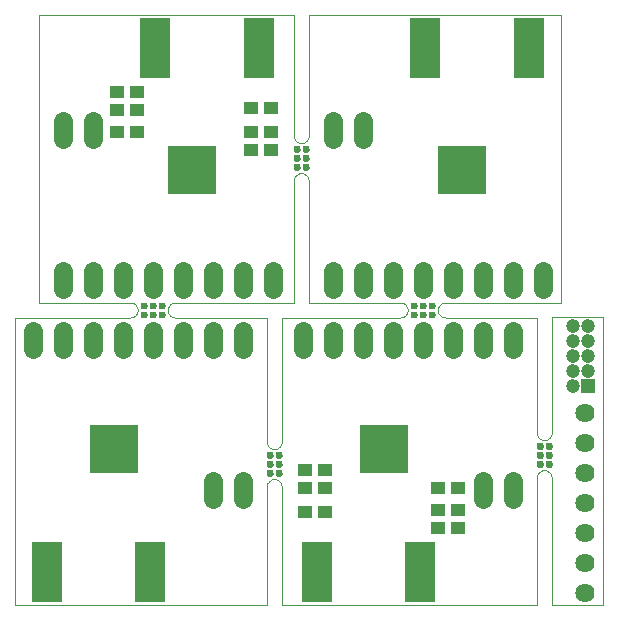
<source format=gbs>
G75*
%MOIN*%
%OFA0B0*%
%FSLAX24Y24*%
%IPPOS*%
%LPD*%
%AMOC8*
5,1,8,0,0,1.08239X$1,22.5*
%
%ADD10C,0.0000*%
%ADD11C,0.0237*%
%ADD12R,0.1600X0.1600*%
%ADD13R,0.0990X0.2040*%
%ADD14C,0.0640*%
%ADD15R,0.0473X0.0434*%
%ADD16C,0.0640*%
%ADD17C,0.0470*%
%ADD18R,0.0470X0.0470*%
D10*
X000550Y002350D02*
X000550Y011940D01*
X004400Y011940D01*
X004430Y011942D01*
X004460Y011947D01*
X004489Y011956D01*
X004516Y011969D01*
X004542Y011984D01*
X004566Y012003D01*
X004587Y012024D01*
X004606Y012048D01*
X004621Y012074D01*
X004634Y012101D01*
X004643Y012130D01*
X004648Y012160D01*
X004650Y012190D01*
X004648Y012220D01*
X004643Y012250D01*
X004634Y012279D01*
X004621Y012306D01*
X004606Y012332D01*
X004587Y012356D01*
X004566Y012377D01*
X004542Y012396D01*
X004516Y012411D01*
X004489Y012424D01*
X004460Y012433D01*
X004430Y012438D01*
X004400Y012440D01*
X001350Y012440D01*
X001350Y022035D01*
X009850Y022035D01*
X009850Y018000D01*
X009852Y017970D01*
X009857Y017940D01*
X009866Y017911D01*
X009879Y017884D01*
X009894Y017858D01*
X009913Y017834D01*
X009934Y017813D01*
X009958Y017794D01*
X009984Y017779D01*
X010011Y017766D01*
X010040Y017757D01*
X010070Y017752D01*
X010100Y017750D01*
X010130Y017752D01*
X010160Y017757D01*
X010189Y017766D01*
X010216Y017779D01*
X010242Y017794D01*
X010266Y017813D01*
X010287Y017834D01*
X010306Y017858D01*
X010321Y017884D01*
X010334Y017911D01*
X010343Y017940D01*
X010348Y017970D01*
X010350Y018000D01*
X010350Y022035D01*
X018750Y022035D01*
X018750Y012440D01*
X014910Y012440D01*
X014880Y012438D01*
X014850Y012433D01*
X014821Y012424D01*
X014794Y012411D01*
X014768Y012396D01*
X014744Y012377D01*
X014723Y012356D01*
X014704Y012332D01*
X014689Y012306D01*
X014676Y012279D01*
X014667Y012250D01*
X014662Y012220D01*
X014660Y012190D01*
X014662Y012160D01*
X014667Y012130D01*
X014676Y012101D01*
X014689Y012074D01*
X014704Y012048D01*
X014723Y012024D01*
X014744Y012003D01*
X014768Y011984D01*
X014794Y011969D01*
X014821Y011956D01*
X014850Y011947D01*
X014880Y011942D01*
X014910Y011940D01*
X017950Y011940D01*
X017950Y008100D01*
X017952Y008070D01*
X017957Y008040D01*
X017966Y008011D01*
X017979Y007984D01*
X017994Y007958D01*
X018013Y007934D01*
X018034Y007913D01*
X018058Y007894D01*
X018084Y007879D01*
X018111Y007866D01*
X018140Y007857D01*
X018170Y007852D01*
X018200Y007850D01*
X018230Y007852D01*
X018260Y007857D01*
X018289Y007866D01*
X018316Y007879D01*
X018342Y007894D01*
X018366Y007913D01*
X018387Y007934D01*
X018406Y007958D01*
X018421Y007984D01*
X018434Y008011D01*
X018443Y008040D01*
X018448Y008070D01*
X018450Y008100D01*
X018450Y011950D01*
X020150Y011950D01*
X020150Y002350D01*
X018450Y002350D01*
X018450Y006600D01*
X018262Y007050D02*
X018264Y007069D01*
X018269Y007088D01*
X018279Y007104D01*
X018291Y007119D01*
X018306Y007131D01*
X018322Y007141D01*
X018341Y007146D01*
X018360Y007148D01*
X018379Y007146D01*
X018398Y007141D01*
X018414Y007131D01*
X018429Y007119D01*
X018441Y007104D01*
X018451Y007088D01*
X018456Y007069D01*
X018458Y007050D01*
X018456Y007031D01*
X018451Y007012D01*
X018441Y006996D01*
X018429Y006981D01*
X018414Y006969D01*
X018398Y006959D01*
X018379Y006954D01*
X018360Y006952D01*
X018341Y006954D01*
X018322Y006959D01*
X018306Y006969D01*
X018291Y006981D01*
X018279Y006996D01*
X018269Y007012D01*
X018264Y007031D01*
X018262Y007050D01*
X017962Y007050D02*
X017964Y007069D01*
X017969Y007088D01*
X017979Y007104D01*
X017991Y007119D01*
X018006Y007131D01*
X018022Y007141D01*
X018041Y007146D01*
X018060Y007148D01*
X018079Y007146D01*
X018098Y007141D01*
X018114Y007131D01*
X018129Y007119D01*
X018141Y007104D01*
X018151Y007088D01*
X018156Y007069D01*
X018158Y007050D01*
X018156Y007031D01*
X018151Y007012D01*
X018141Y006996D01*
X018129Y006981D01*
X018114Y006969D01*
X018098Y006959D01*
X018079Y006954D01*
X018060Y006952D01*
X018041Y006954D01*
X018022Y006959D01*
X018006Y006969D01*
X017991Y006981D01*
X017979Y006996D01*
X017969Y007012D01*
X017964Y007031D01*
X017962Y007050D01*
X017950Y006600D02*
X017950Y002350D01*
X009450Y002350D01*
X009450Y006305D01*
X009448Y006335D01*
X009441Y006365D01*
X009432Y006393D01*
X009419Y006421D01*
X009403Y006446D01*
X009384Y006469D01*
X009362Y006490D01*
X009338Y006509D01*
X009312Y006524D01*
X009284Y006535D01*
X009255Y006544D01*
X009225Y006549D01*
X009195Y006550D01*
X009165Y006548D01*
X009135Y006541D01*
X009107Y006532D01*
X009079Y006519D01*
X009054Y006503D01*
X009031Y006484D01*
X009010Y006462D01*
X008991Y006438D01*
X008976Y006412D01*
X008965Y006384D01*
X008956Y006355D01*
X008951Y006325D01*
X008950Y006295D01*
X008950Y002350D01*
X000550Y002350D01*
X005900Y011940D02*
X008950Y011940D01*
X008950Y007800D01*
X008952Y007770D01*
X008957Y007740D01*
X008966Y007711D01*
X008979Y007684D01*
X008994Y007658D01*
X009013Y007634D01*
X009034Y007613D01*
X009058Y007594D01*
X009084Y007579D01*
X009111Y007566D01*
X009140Y007557D01*
X009170Y007552D01*
X009200Y007550D01*
X009230Y007552D01*
X009260Y007557D01*
X009289Y007566D01*
X009316Y007579D01*
X009342Y007594D01*
X009366Y007613D01*
X009387Y007634D01*
X009406Y007658D01*
X009421Y007684D01*
X009434Y007711D01*
X009443Y007740D01*
X009448Y007770D01*
X009450Y007800D01*
X009450Y011940D01*
X013400Y011940D01*
X013430Y011942D01*
X013460Y011947D01*
X013489Y011956D01*
X013516Y011969D01*
X013542Y011984D01*
X013566Y012003D01*
X013587Y012024D01*
X013606Y012048D01*
X013621Y012074D01*
X013634Y012101D01*
X013643Y012130D01*
X013648Y012160D01*
X013650Y012190D01*
X013648Y012220D01*
X013643Y012250D01*
X013634Y012279D01*
X013621Y012306D01*
X013606Y012332D01*
X013587Y012356D01*
X013566Y012377D01*
X013542Y012396D01*
X013516Y012411D01*
X013489Y012424D01*
X013460Y012433D01*
X013430Y012438D01*
X013400Y012440D01*
X010350Y012440D01*
X010350Y016500D01*
X010348Y016530D01*
X010343Y016560D01*
X010334Y016589D01*
X010321Y016616D01*
X010306Y016642D01*
X010287Y016666D01*
X010266Y016687D01*
X010242Y016706D01*
X010216Y016721D01*
X010189Y016734D01*
X010160Y016743D01*
X010130Y016748D01*
X010100Y016750D01*
X010070Y016748D01*
X010040Y016743D01*
X010011Y016734D01*
X009984Y016721D01*
X009958Y016706D01*
X009934Y016687D01*
X009913Y016666D01*
X009894Y016642D01*
X009879Y016616D01*
X009866Y016589D01*
X009857Y016560D01*
X009852Y016530D01*
X009850Y016500D01*
X009850Y012440D01*
X005900Y012440D01*
X005870Y012438D01*
X005840Y012433D01*
X005811Y012424D01*
X005784Y012411D01*
X005758Y012396D01*
X005734Y012377D01*
X005713Y012356D01*
X005694Y012332D01*
X005679Y012306D01*
X005666Y012279D01*
X005657Y012250D01*
X005652Y012220D01*
X005650Y012190D01*
X005652Y012160D01*
X005657Y012130D01*
X005666Y012101D01*
X005679Y012074D01*
X005694Y012048D01*
X005713Y012024D01*
X005734Y012003D01*
X005758Y011984D01*
X005784Y011969D01*
X005811Y011956D01*
X005840Y011947D01*
X005870Y011942D01*
X005900Y011940D01*
X005352Y012040D02*
X005354Y012059D01*
X005359Y012078D01*
X005369Y012094D01*
X005381Y012109D01*
X005396Y012121D01*
X005412Y012131D01*
X005431Y012136D01*
X005450Y012138D01*
X005469Y012136D01*
X005488Y012131D01*
X005504Y012121D01*
X005519Y012109D01*
X005531Y012094D01*
X005541Y012078D01*
X005546Y012059D01*
X005548Y012040D01*
X005546Y012021D01*
X005541Y012002D01*
X005531Y011986D01*
X005519Y011971D01*
X005504Y011959D01*
X005488Y011949D01*
X005469Y011944D01*
X005450Y011942D01*
X005431Y011944D01*
X005412Y011949D01*
X005396Y011959D01*
X005381Y011971D01*
X005369Y011986D01*
X005359Y012002D01*
X005354Y012021D01*
X005352Y012040D01*
X005052Y012040D02*
X005054Y012059D01*
X005059Y012078D01*
X005069Y012094D01*
X005081Y012109D01*
X005096Y012121D01*
X005112Y012131D01*
X005131Y012136D01*
X005150Y012138D01*
X005169Y012136D01*
X005188Y012131D01*
X005204Y012121D01*
X005219Y012109D01*
X005231Y012094D01*
X005241Y012078D01*
X005246Y012059D01*
X005248Y012040D01*
X005246Y012021D01*
X005241Y012002D01*
X005231Y011986D01*
X005219Y011971D01*
X005204Y011959D01*
X005188Y011949D01*
X005169Y011944D01*
X005150Y011942D01*
X005131Y011944D01*
X005112Y011949D01*
X005096Y011959D01*
X005081Y011971D01*
X005069Y011986D01*
X005059Y012002D01*
X005054Y012021D01*
X005052Y012040D01*
X004752Y012040D02*
X004754Y012059D01*
X004759Y012078D01*
X004769Y012094D01*
X004781Y012109D01*
X004796Y012121D01*
X004812Y012131D01*
X004831Y012136D01*
X004850Y012138D01*
X004869Y012136D01*
X004888Y012131D01*
X004904Y012121D01*
X004919Y012109D01*
X004931Y012094D01*
X004941Y012078D01*
X004946Y012059D01*
X004948Y012040D01*
X004946Y012021D01*
X004941Y012002D01*
X004931Y011986D01*
X004919Y011971D01*
X004904Y011959D01*
X004888Y011949D01*
X004869Y011944D01*
X004850Y011942D01*
X004831Y011944D01*
X004812Y011949D01*
X004796Y011959D01*
X004781Y011971D01*
X004769Y011986D01*
X004759Y012002D01*
X004754Y012021D01*
X004752Y012040D01*
X004752Y012340D02*
X004754Y012359D01*
X004759Y012378D01*
X004769Y012394D01*
X004781Y012409D01*
X004796Y012421D01*
X004812Y012431D01*
X004831Y012436D01*
X004850Y012438D01*
X004869Y012436D01*
X004888Y012431D01*
X004904Y012421D01*
X004919Y012409D01*
X004931Y012394D01*
X004941Y012378D01*
X004946Y012359D01*
X004948Y012340D01*
X004946Y012321D01*
X004941Y012302D01*
X004931Y012286D01*
X004919Y012271D01*
X004904Y012259D01*
X004888Y012249D01*
X004869Y012244D01*
X004850Y012242D01*
X004831Y012244D01*
X004812Y012249D01*
X004796Y012259D01*
X004781Y012271D01*
X004769Y012286D01*
X004759Y012302D01*
X004754Y012321D01*
X004752Y012340D01*
X005052Y012340D02*
X005054Y012359D01*
X005059Y012378D01*
X005069Y012394D01*
X005081Y012409D01*
X005096Y012421D01*
X005112Y012431D01*
X005131Y012436D01*
X005150Y012438D01*
X005169Y012436D01*
X005188Y012431D01*
X005204Y012421D01*
X005219Y012409D01*
X005231Y012394D01*
X005241Y012378D01*
X005246Y012359D01*
X005248Y012340D01*
X005246Y012321D01*
X005241Y012302D01*
X005231Y012286D01*
X005219Y012271D01*
X005204Y012259D01*
X005188Y012249D01*
X005169Y012244D01*
X005150Y012242D01*
X005131Y012244D01*
X005112Y012249D01*
X005096Y012259D01*
X005081Y012271D01*
X005069Y012286D01*
X005059Y012302D01*
X005054Y012321D01*
X005052Y012340D01*
X005352Y012340D02*
X005354Y012359D01*
X005359Y012378D01*
X005369Y012394D01*
X005381Y012409D01*
X005396Y012421D01*
X005412Y012431D01*
X005431Y012436D01*
X005450Y012438D01*
X005469Y012436D01*
X005488Y012431D01*
X005504Y012421D01*
X005519Y012409D01*
X005531Y012394D01*
X005541Y012378D01*
X005546Y012359D01*
X005548Y012340D01*
X005546Y012321D01*
X005541Y012302D01*
X005531Y012286D01*
X005519Y012271D01*
X005504Y012259D01*
X005488Y012249D01*
X005469Y012244D01*
X005450Y012242D01*
X005431Y012244D01*
X005412Y012249D01*
X005396Y012259D01*
X005381Y012271D01*
X005369Y012286D01*
X005359Y012302D01*
X005354Y012321D01*
X005352Y012340D01*
X008952Y007350D02*
X008954Y007369D01*
X008959Y007388D01*
X008969Y007404D01*
X008981Y007419D01*
X008996Y007431D01*
X009012Y007441D01*
X009031Y007446D01*
X009050Y007448D01*
X009069Y007446D01*
X009088Y007441D01*
X009104Y007431D01*
X009119Y007419D01*
X009131Y007404D01*
X009141Y007388D01*
X009146Y007369D01*
X009148Y007350D01*
X009146Y007331D01*
X009141Y007312D01*
X009131Y007296D01*
X009119Y007281D01*
X009104Y007269D01*
X009088Y007259D01*
X009069Y007254D01*
X009050Y007252D01*
X009031Y007254D01*
X009012Y007259D01*
X008996Y007269D01*
X008981Y007281D01*
X008969Y007296D01*
X008959Y007312D01*
X008954Y007331D01*
X008952Y007350D01*
X008952Y007050D02*
X008954Y007069D01*
X008959Y007088D01*
X008969Y007104D01*
X008981Y007119D01*
X008996Y007131D01*
X009012Y007141D01*
X009031Y007146D01*
X009050Y007148D01*
X009069Y007146D01*
X009088Y007141D01*
X009104Y007131D01*
X009119Y007119D01*
X009131Y007104D01*
X009141Y007088D01*
X009146Y007069D01*
X009148Y007050D01*
X009146Y007031D01*
X009141Y007012D01*
X009131Y006996D01*
X009119Y006981D01*
X009104Y006969D01*
X009088Y006959D01*
X009069Y006954D01*
X009050Y006952D01*
X009031Y006954D01*
X009012Y006959D01*
X008996Y006969D01*
X008981Y006981D01*
X008969Y006996D01*
X008959Y007012D01*
X008954Y007031D01*
X008952Y007050D01*
X008952Y006750D02*
X008954Y006769D01*
X008959Y006788D01*
X008969Y006804D01*
X008981Y006819D01*
X008996Y006831D01*
X009012Y006841D01*
X009031Y006846D01*
X009050Y006848D01*
X009069Y006846D01*
X009088Y006841D01*
X009104Y006831D01*
X009119Y006819D01*
X009131Y006804D01*
X009141Y006788D01*
X009146Y006769D01*
X009148Y006750D01*
X009146Y006731D01*
X009141Y006712D01*
X009131Y006696D01*
X009119Y006681D01*
X009104Y006669D01*
X009088Y006659D01*
X009069Y006654D01*
X009050Y006652D01*
X009031Y006654D01*
X009012Y006659D01*
X008996Y006669D01*
X008981Y006681D01*
X008969Y006696D01*
X008959Y006712D01*
X008954Y006731D01*
X008952Y006750D01*
X009252Y006750D02*
X009254Y006769D01*
X009259Y006788D01*
X009269Y006804D01*
X009281Y006819D01*
X009296Y006831D01*
X009312Y006841D01*
X009331Y006846D01*
X009350Y006848D01*
X009369Y006846D01*
X009388Y006841D01*
X009404Y006831D01*
X009419Y006819D01*
X009431Y006804D01*
X009441Y006788D01*
X009446Y006769D01*
X009448Y006750D01*
X009446Y006731D01*
X009441Y006712D01*
X009431Y006696D01*
X009419Y006681D01*
X009404Y006669D01*
X009388Y006659D01*
X009369Y006654D01*
X009350Y006652D01*
X009331Y006654D01*
X009312Y006659D01*
X009296Y006669D01*
X009281Y006681D01*
X009269Y006696D01*
X009259Y006712D01*
X009254Y006731D01*
X009252Y006750D01*
X009252Y007050D02*
X009254Y007069D01*
X009259Y007088D01*
X009269Y007104D01*
X009281Y007119D01*
X009296Y007131D01*
X009312Y007141D01*
X009331Y007146D01*
X009350Y007148D01*
X009369Y007146D01*
X009388Y007141D01*
X009404Y007131D01*
X009419Y007119D01*
X009431Y007104D01*
X009441Y007088D01*
X009446Y007069D01*
X009448Y007050D01*
X009446Y007031D01*
X009441Y007012D01*
X009431Y006996D01*
X009419Y006981D01*
X009404Y006969D01*
X009388Y006959D01*
X009369Y006954D01*
X009350Y006952D01*
X009331Y006954D01*
X009312Y006959D01*
X009296Y006969D01*
X009281Y006981D01*
X009269Y006996D01*
X009259Y007012D01*
X009254Y007031D01*
X009252Y007050D01*
X009252Y007350D02*
X009254Y007369D01*
X009259Y007388D01*
X009269Y007404D01*
X009281Y007419D01*
X009296Y007431D01*
X009312Y007441D01*
X009331Y007446D01*
X009350Y007448D01*
X009369Y007446D01*
X009388Y007441D01*
X009404Y007431D01*
X009419Y007419D01*
X009431Y007404D01*
X009441Y007388D01*
X009446Y007369D01*
X009448Y007350D01*
X009446Y007331D01*
X009441Y007312D01*
X009431Y007296D01*
X009419Y007281D01*
X009404Y007269D01*
X009388Y007259D01*
X009369Y007254D01*
X009350Y007252D01*
X009331Y007254D01*
X009312Y007259D01*
X009296Y007269D01*
X009281Y007281D01*
X009269Y007296D01*
X009259Y007312D01*
X009254Y007331D01*
X009252Y007350D01*
X013752Y012040D02*
X013754Y012059D01*
X013759Y012078D01*
X013769Y012094D01*
X013781Y012109D01*
X013796Y012121D01*
X013812Y012131D01*
X013831Y012136D01*
X013850Y012138D01*
X013869Y012136D01*
X013888Y012131D01*
X013904Y012121D01*
X013919Y012109D01*
X013931Y012094D01*
X013941Y012078D01*
X013946Y012059D01*
X013948Y012040D01*
X013946Y012021D01*
X013941Y012002D01*
X013931Y011986D01*
X013919Y011971D01*
X013904Y011959D01*
X013888Y011949D01*
X013869Y011944D01*
X013850Y011942D01*
X013831Y011944D01*
X013812Y011949D01*
X013796Y011959D01*
X013781Y011971D01*
X013769Y011986D01*
X013759Y012002D01*
X013754Y012021D01*
X013752Y012040D01*
X013752Y012340D02*
X013754Y012359D01*
X013759Y012378D01*
X013769Y012394D01*
X013781Y012409D01*
X013796Y012421D01*
X013812Y012431D01*
X013831Y012436D01*
X013850Y012438D01*
X013869Y012436D01*
X013888Y012431D01*
X013904Y012421D01*
X013919Y012409D01*
X013931Y012394D01*
X013941Y012378D01*
X013946Y012359D01*
X013948Y012340D01*
X013946Y012321D01*
X013941Y012302D01*
X013931Y012286D01*
X013919Y012271D01*
X013904Y012259D01*
X013888Y012249D01*
X013869Y012244D01*
X013850Y012242D01*
X013831Y012244D01*
X013812Y012249D01*
X013796Y012259D01*
X013781Y012271D01*
X013769Y012286D01*
X013759Y012302D01*
X013754Y012321D01*
X013752Y012340D01*
X014052Y012340D02*
X014054Y012359D01*
X014059Y012378D01*
X014069Y012394D01*
X014081Y012409D01*
X014096Y012421D01*
X014112Y012431D01*
X014131Y012436D01*
X014150Y012438D01*
X014169Y012436D01*
X014188Y012431D01*
X014204Y012421D01*
X014219Y012409D01*
X014231Y012394D01*
X014241Y012378D01*
X014246Y012359D01*
X014248Y012340D01*
X014246Y012321D01*
X014241Y012302D01*
X014231Y012286D01*
X014219Y012271D01*
X014204Y012259D01*
X014188Y012249D01*
X014169Y012244D01*
X014150Y012242D01*
X014131Y012244D01*
X014112Y012249D01*
X014096Y012259D01*
X014081Y012271D01*
X014069Y012286D01*
X014059Y012302D01*
X014054Y012321D01*
X014052Y012340D01*
X014052Y012040D02*
X014054Y012059D01*
X014059Y012078D01*
X014069Y012094D01*
X014081Y012109D01*
X014096Y012121D01*
X014112Y012131D01*
X014131Y012136D01*
X014150Y012138D01*
X014169Y012136D01*
X014188Y012131D01*
X014204Y012121D01*
X014219Y012109D01*
X014231Y012094D01*
X014241Y012078D01*
X014246Y012059D01*
X014248Y012040D01*
X014246Y012021D01*
X014241Y012002D01*
X014231Y011986D01*
X014219Y011971D01*
X014204Y011959D01*
X014188Y011949D01*
X014169Y011944D01*
X014150Y011942D01*
X014131Y011944D01*
X014112Y011949D01*
X014096Y011959D01*
X014081Y011971D01*
X014069Y011986D01*
X014059Y012002D01*
X014054Y012021D01*
X014052Y012040D01*
X014352Y012040D02*
X014354Y012059D01*
X014359Y012078D01*
X014369Y012094D01*
X014381Y012109D01*
X014396Y012121D01*
X014412Y012131D01*
X014431Y012136D01*
X014450Y012138D01*
X014469Y012136D01*
X014488Y012131D01*
X014504Y012121D01*
X014519Y012109D01*
X014531Y012094D01*
X014541Y012078D01*
X014546Y012059D01*
X014548Y012040D01*
X014546Y012021D01*
X014541Y012002D01*
X014531Y011986D01*
X014519Y011971D01*
X014504Y011959D01*
X014488Y011949D01*
X014469Y011944D01*
X014450Y011942D01*
X014431Y011944D01*
X014412Y011949D01*
X014396Y011959D01*
X014381Y011971D01*
X014369Y011986D01*
X014359Y012002D01*
X014354Y012021D01*
X014352Y012040D01*
X014352Y012340D02*
X014354Y012359D01*
X014359Y012378D01*
X014369Y012394D01*
X014381Y012409D01*
X014396Y012421D01*
X014412Y012431D01*
X014431Y012436D01*
X014450Y012438D01*
X014469Y012436D01*
X014488Y012431D01*
X014504Y012421D01*
X014519Y012409D01*
X014531Y012394D01*
X014541Y012378D01*
X014546Y012359D01*
X014548Y012340D01*
X014546Y012321D01*
X014541Y012302D01*
X014531Y012286D01*
X014519Y012271D01*
X014504Y012259D01*
X014488Y012249D01*
X014469Y012244D01*
X014450Y012242D01*
X014431Y012244D01*
X014412Y012249D01*
X014396Y012259D01*
X014381Y012271D01*
X014369Y012286D01*
X014359Y012302D01*
X014354Y012321D01*
X014352Y012340D01*
X017962Y007650D02*
X017964Y007669D01*
X017969Y007688D01*
X017979Y007704D01*
X017991Y007719D01*
X018006Y007731D01*
X018022Y007741D01*
X018041Y007746D01*
X018060Y007748D01*
X018079Y007746D01*
X018098Y007741D01*
X018114Y007731D01*
X018129Y007719D01*
X018141Y007704D01*
X018151Y007688D01*
X018156Y007669D01*
X018158Y007650D01*
X018156Y007631D01*
X018151Y007612D01*
X018141Y007596D01*
X018129Y007581D01*
X018114Y007569D01*
X018098Y007559D01*
X018079Y007554D01*
X018060Y007552D01*
X018041Y007554D01*
X018022Y007559D01*
X018006Y007569D01*
X017991Y007581D01*
X017979Y007596D01*
X017969Y007612D01*
X017964Y007631D01*
X017962Y007650D01*
X017962Y007350D02*
X017964Y007369D01*
X017969Y007388D01*
X017979Y007404D01*
X017991Y007419D01*
X018006Y007431D01*
X018022Y007441D01*
X018041Y007446D01*
X018060Y007448D01*
X018079Y007446D01*
X018098Y007441D01*
X018114Y007431D01*
X018129Y007419D01*
X018141Y007404D01*
X018151Y007388D01*
X018156Y007369D01*
X018158Y007350D01*
X018156Y007331D01*
X018151Y007312D01*
X018141Y007296D01*
X018129Y007281D01*
X018114Y007269D01*
X018098Y007259D01*
X018079Y007254D01*
X018060Y007252D01*
X018041Y007254D01*
X018022Y007259D01*
X018006Y007269D01*
X017991Y007281D01*
X017979Y007296D01*
X017969Y007312D01*
X017964Y007331D01*
X017962Y007350D01*
X018262Y007350D02*
X018264Y007369D01*
X018269Y007388D01*
X018279Y007404D01*
X018291Y007419D01*
X018306Y007431D01*
X018322Y007441D01*
X018341Y007446D01*
X018360Y007448D01*
X018379Y007446D01*
X018398Y007441D01*
X018414Y007431D01*
X018429Y007419D01*
X018441Y007404D01*
X018451Y007388D01*
X018456Y007369D01*
X018458Y007350D01*
X018456Y007331D01*
X018451Y007312D01*
X018441Y007296D01*
X018429Y007281D01*
X018414Y007269D01*
X018398Y007259D01*
X018379Y007254D01*
X018360Y007252D01*
X018341Y007254D01*
X018322Y007259D01*
X018306Y007269D01*
X018291Y007281D01*
X018279Y007296D01*
X018269Y007312D01*
X018264Y007331D01*
X018262Y007350D01*
X018262Y007650D02*
X018264Y007669D01*
X018269Y007688D01*
X018279Y007704D01*
X018291Y007719D01*
X018306Y007731D01*
X018322Y007741D01*
X018341Y007746D01*
X018360Y007748D01*
X018379Y007746D01*
X018398Y007741D01*
X018414Y007731D01*
X018429Y007719D01*
X018441Y007704D01*
X018451Y007688D01*
X018456Y007669D01*
X018458Y007650D01*
X018456Y007631D01*
X018451Y007612D01*
X018441Y007596D01*
X018429Y007581D01*
X018414Y007569D01*
X018398Y007559D01*
X018379Y007554D01*
X018360Y007552D01*
X018341Y007554D01*
X018322Y007559D01*
X018306Y007569D01*
X018291Y007581D01*
X018279Y007596D01*
X018269Y007612D01*
X018264Y007631D01*
X018262Y007650D01*
X018450Y006600D02*
X018448Y006630D01*
X018443Y006660D01*
X018434Y006689D01*
X018421Y006716D01*
X018406Y006742D01*
X018387Y006766D01*
X018366Y006787D01*
X018342Y006806D01*
X018316Y006821D01*
X018289Y006834D01*
X018260Y006843D01*
X018230Y006848D01*
X018200Y006850D01*
X018170Y006848D01*
X018140Y006843D01*
X018111Y006834D01*
X018084Y006821D01*
X018058Y006806D01*
X018034Y006787D01*
X018013Y006766D01*
X017994Y006742D01*
X017979Y006716D01*
X017966Y006689D01*
X017957Y006660D01*
X017952Y006630D01*
X017950Y006600D01*
X010152Y016950D02*
X010154Y016969D01*
X010159Y016988D01*
X010169Y017004D01*
X010181Y017019D01*
X010196Y017031D01*
X010212Y017041D01*
X010231Y017046D01*
X010250Y017048D01*
X010269Y017046D01*
X010288Y017041D01*
X010304Y017031D01*
X010319Y017019D01*
X010331Y017004D01*
X010341Y016988D01*
X010346Y016969D01*
X010348Y016950D01*
X010346Y016931D01*
X010341Y016912D01*
X010331Y016896D01*
X010319Y016881D01*
X010304Y016869D01*
X010288Y016859D01*
X010269Y016854D01*
X010250Y016852D01*
X010231Y016854D01*
X010212Y016859D01*
X010196Y016869D01*
X010181Y016881D01*
X010169Y016896D01*
X010159Y016912D01*
X010154Y016931D01*
X010152Y016950D01*
X009852Y016950D02*
X009854Y016969D01*
X009859Y016988D01*
X009869Y017004D01*
X009881Y017019D01*
X009896Y017031D01*
X009912Y017041D01*
X009931Y017046D01*
X009950Y017048D01*
X009969Y017046D01*
X009988Y017041D01*
X010004Y017031D01*
X010019Y017019D01*
X010031Y017004D01*
X010041Y016988D01*
X010046Y016969D01*
X010048Y016950D01*
X010046Y016931D01*
X010041Y016912D01*
X010031Y016896D01*
X010019Y016881D01*
X010004Y016869D01*
X009988Y016859D01*
X009969Y016854D01*
X009950Y016852D01*
X009931Y016854D01*
X009912Y016859D01*
X009896Y016869D01*
X009881Y016881D01*
X009869Y016896D01*
X009859Y016912D01*
X009854Y016931D01*
X009852Y016950D01*
X009852Y017250D02*
X009854Y017269D01*
X009859Y017288D01*
X009869Y017304D01*
X009881Y017319D01*
X009896Y017331D01*
X009912Y017341D01*
X009931Y017346D01*
X009950Y017348D01*
X009969Y017346D01*
X009988Y017341D01*
X010004Y017331D01*
X010019Y017319D01*
X010031Y017304D01*
X010041Y017288D01*
X010046Y017269D01*
X010048Y017250D01*
X010046Y017231D01*
X010041Y017212D01*
X010031Y017196D01*
X010019Y017181D01*
X010004Y017169D01*
X009988Y017159D01*
X009969Y017154D01*
X009950Y017152D01*
X009931Y017154D01*
X009912Y017159D01*
X009896Y017169D01*
X009881Y017181D01*
X009869Y017196D01*
X009859Y017212D01*
X009854Y017231D01*
X009852Y017250D01*
X009852Y017550D02*
X009854Y017569D01*
X009859Y017588D01*
X009869Y017604D01*
X009881Y017619D01*
X009896Y017631D01*
X009912Y017641D01*
X009931Y017646D01*
X009950Y017648D01*
X009969Y017646D01*
X009988Y017641D01*
X010004Y017631D01*
X010019Y017619D01*
X010031Y017604D01*
X010041Y017588D01*
X010046Y017569D01*
X010048Y017550D01*
X010046Y017531D01*
X010041Y017512D01*
X010031Y017496D01*
X010019Y017481D01*
X010004Y017469D01*
X009988Y017459D01*
X009969Y017454D01*
X009950Y017452D01*
X009931Y017454D01*
X009912Y017459D01*
X009896Y017469D01*
X009881Y017481D01*
X009869Y017496D01*
X009859Y017512D01*
X009854Y017531D01*
X009852Y017550D01*
X010152Y017550D02*
X010154Y017569D01*
X010159Y017588D01*
X010169Y017604D01*
X010181Y017619D01*
X010196Y017631D01*
X010212Y017641D01*
X010231Y017646D01*
X010250Y017648D01*
X010269Y017646D01*
X010288Y017641D01*
X010304Y017631D01*
X010319Y017619D01*
X010331Y017604D01*
X010341Y017588D01*
X010346Y017569D01*
X010348Y017550D01*
X010346Y017531D01*
X010341Y017512D01*
X010331Y017496D01*
X010319Y017481D01*
X010304Y017469D01*
X010288Y017459D01*
X010269Y017454D01*
X010250Y017452D01*
X010231Y017454D01*
X010212Y017459D01*
X010196Y017469D01*
X010181Y017481D01*
X010169Y017496D01*
X010159Y017512D01*
X010154Y017531D01*
X010152Y017550D01*
X010152Y017250D02*
X010154Y017269D01*
X010159Y017288D01*
X010169Y017304D01*
X010181Y017319D01*
X010196Y017331D01*
X010212Y017341D01*
X010231Y017346D01*
X010250Y017348D01*
X010269Y017346D01*
X010288Y017341D01*
X010304Y017331D01*
X010319Y017319D01*
X010331Y017304D01*
X010341Y017288D01*
X010346Y017269D01*
X010348Y017250D01*
X010346Y017231D01*
X010341Y017212D01*
X010331Y017196D01*
X010319Y017181D01*
X010304Y017169D01*
X010288Y017159D01*
X010269Y017154D01*
X010250Y017152D01*
X010231Y017154D01*
X010212Y017159D01*
X010196Y017169D01*
X010181Y017181D01*
X010169Y017196D01*
X010159Y017212D01*
X010154Y017231D01*
X010152Y017250D01*
D11*
X010250Y017250D03*
X010250Y016950D03*
X009950Y016950D03*
X009950Y017250D03*
X009950Y017550D03*
X010250Y017550D03*
X013850Y012340D03*
X013850Y012040D03*
X014150Y012040D03*
X014150Y012340D03*
X014450Y012340D03*
X014450Y012040D03*
X018060Y007650D03*
X018060Y007350D03*
X018360Y007350D03*
X018360Y007650D03*
X018360Y007050D03*
X018060Y007050D03*
X009350Y007050D03*
X009350Y006750D03*
X009050Y006750D03*
X009050Y007050D03*
X009050Y007350D03*
X009350Y007350D03*
X005450Y012040D03*
X005450Y012340D03*
X005150Y012340D03*
X005150Y012040D03*
X004850Y012040D03*
X004850Y012340D03*
D12*
X006450Y016850D03*
X003850Y007550D03*
X012850Y007550D03*
X015450Y016850D03*
D13*
X014229Y020926D03*
X017679Y020926D03*
X008679Y020926D03*
X005229Y020926D03*
X005071Y003454D03*
X001621Y003454D03*
X010621Y003454D03*
X014071Y003454D03*
D14*
X016150Y005890D02*
X016150Y006490D01*
X017150Y006490D02*
X017150Y005890D01*
X017150Y010890D02*
X017150Y011490D01*
X016150Y011490D02*
X016150Y010890D01*
X015150Y010890D02*
X015150Y011490D01*
X014150Y011490D02*
X014150Y010890D01*
X013150Y010890D02*
X013150Y011490D01*
X012150Y011490D02*
X012150Y010890D01*
X011150Y010890D02*
X011150Y011490D01*
X010150Y011490D02*
X010150Y010890D01*
X009150Y012890D02*
X009150Y013490D01*
X008150Y013490D02*
X008150Y012890D01*
X007150Y012890D02*
X007150Y013490D01*
X006150Y013490D02*
X006150Y012890D01*
X005150Y012890D02*
X005150Y013490D01*
X004150Y013490D02*
X004150Y012890D01*
X003150Y012890D02*
X003150Y013490D01*
X002150Y013490D02*
X002150Y012890D01*
X002150Y011490D02*
X002150Y010890D01*
X001150Y010890D02*
X001150Y011490D01*
X003150Y011490D02*
X003150Y010890D01*
X004150Y010890D02*
X004150Y011490D01*
X005150Y011490D02*
X005150Y010890D01*
X006150Y010890D02*
X006150Y011490D01*
X007150Y011490D02*
X007150Y010890D01*
X008150Y010890D02*
X008150Y011490D01*
X011150Y012890D02*
X011150Y013490D01*
X012150Y013490D02*
X012150Y012890D01*
X013150Y012890D02*
X013150Y013490D01*
X014150Y013490D02*
X014150Y012890D01*
X015150Y012890D02*
X015150Y013490D01*
X016150Y013490D02*
X016150Y012890D01*
X017150Y012890D02*
X017150Y013490D01*
X018150Y013490D02*
X018150Y012890D01*
X012150Y017890D02*
X012150Y018490D01*
X011150Y018490D02*
X011150Y017890D01*
X003150Y017890D02*
X003150Y018490D01*
X002150Y018490D02*
X002150Y017890D01*
X007150Y006490D02*
X007150Y005890D01*
X008150Y005890D02*
X008150Y006490D01*
D15*
X010214Y006250D03*
X010212Y006851D03*
X010881Y006851D03*
X010883Y006250D03*
X010883Y005450D03*
X010214Y005450D03*
X014666Y005533D03*
X014666Y004933D03*
X015336Y004933D03*
X015336Y005533D03*
X015336Y006243D03*
X014666Y006243D03*
X009088Y017529D03*
X009086Y018130D03*
X008417Y018130D03*
X008419Y017529D03*
X008417Y018930D03*
X009086Y018930D03*
X004634Y018847D03*
X004634Y019447D03*
X003964Y019447D03*
X003964Y018847D03*
X003964Y018137D03*
X004634Y018137D03*
D16*
X019550Y008750D03*
X019550Y007750D03*
X019550Y006750D03*
X019550Y005750D03*
X019550Y004750D03*
X019550Y003750D03*
X019550Y002750D03*
D17*
X019150Y009650D03*
X019150Y010150D03*
X019150Y010650D03*
X019150Y011150D03*
X019150Y011650D03*
X019650Y011650D03*
X019650Y011150D03*
X019650Y010650D03*
X019650Y010150D03*
D18*
X019650Y009650D03*
M02*

</source>
